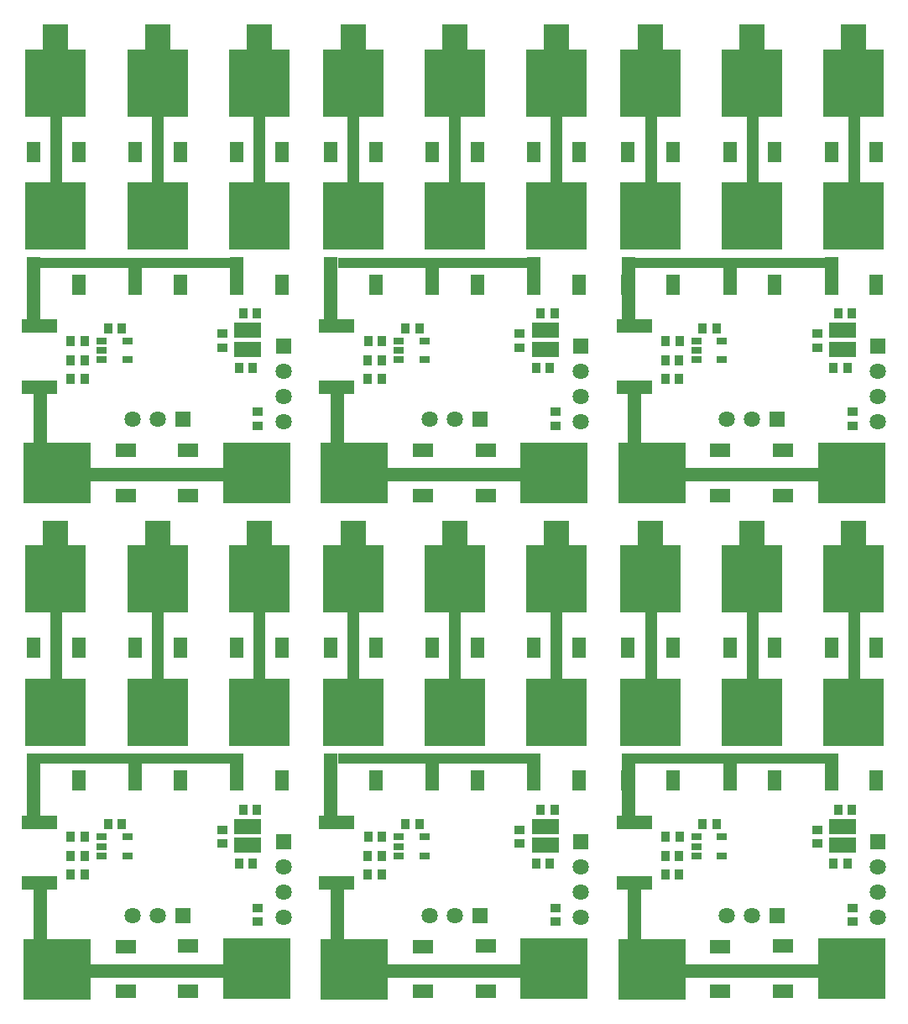
<source format=gbs>
G04*
G04 #@! TF.GenerationSoftware,Altium Limited,Altium Designer,20.1.11 (218)*
G04*
G04 Layer_Color=16711935*
%FSLAX25Y25*%
%MOIN*%
G70*
G04*
G04 #@! TF.SameCoordinates,9421AAF7-A1CE-47F4-AB83-8062CB6876A7*
G04*
G04*
G04 #@! TF.FilePolarity,Negative*
G04*
G01*
G75*
%ADD51R,0.04043X0.03650*%
%ADD52R,0.06406X0.06406*%
%ADD53C,0.06406*%
%ADD54R,0.03650X0.04043*%
%ADD59R,0.05217X0.07382*%
%ADD60R,0.05217X0.04232*%
%ADD61R,0.60737X0.05709*%
%ADD62R,0.05709X0.25394*%
%ADD63R,0.80118X0.04429*%
%ADD64R,0.05118X0.27953*%
%ADD65R,0.10039X0.10433*%
%ADD66R,0.08374X0.05224*%
%ADD67R,0.26878X0.24122*%
%ADD68R,0.05224X0.08374*%
%ADD69R,0.24122X0.26878*%
%ADD70R,0.14106X0.05549*%
%ADD71R,0.04437X0.02862*%
%ADD72R,0.11130X0.06406*%
%ADD73R,0.06406X0.06406*%
D51*
X291744Y169422D02*
D03*
Y174933D02*
D03*
X305917Y138417D02*
D03*
Y143928D02*
D03*
X409854Y169422D02*
D03*
Y174933D02*
D03*
X424027Y138417D02*
D03*
Y143928D02*
D03*
X527965Y169422D02*
D03*
Y174933D02*
D03*
X542138Y138417D02*
D03*
Y143928D02*
D03*
X291744Y366272D02*
D03*
Y371783D02*
D03*
X305917Y335268D02*
D03*
Y340779D02*
D03*
X409854Y366272D02*
D03*
Y371783D02*
D03*
X424027Y335268D02*
D03*
Y340779D02*
D03*
X527965Y366272D02*
D03*
Y371783D02*
D03*
X542138Y335268D02*
D03*
Y340779D02*
D03*
D52*
X316055Y169972D02*
D03*
X434165D02*
D03*
X552276D02*
D03*
X316055Y366823D02*
D03*
X434165D02*
D03*
X552276D02*
D03*
D53*
X316055Y139972D02*
D03*
Y149972D02*
D03*
Y159972D02*
D03*
X266067Y140878D02*
D03*
X256067D02*
D03*
X434165Y139972D02*
D03*
Y149972D02*
D03*
Y159972D02*
D03*
X384177Y140878D02*
D03*
X374177D02*
D03*
X552276Y139972D02*
D03*
Y149972D02*
D03*
Y159972D02*
D03*
X502288Y140878D02*
D03*
X492288D02*
D03*
X316055Y336823D02*
D03*
Y346823D02*
D03*
Y356823D02*
D03*
X266067Y337728D02*
D03*
X256067D02*
D03*
X434165Y336823D02*
D03*
Y346823D02*
D03*
Y356823D02*
D03*
X384177Y337728D02*
D03*
X374177D02*
D03*
X552276Y336823D02*
D03*
Y346823D02*
D03*
Y356823D02*
D03*
X502288Y337728D02*
D03*
X492288D02*
D03*
D54*
X237019Y157020D02*
D03*
X231508D02*
D03*
Y164402D02*
D03*
X237019D02*
D03*
X246371Y177000D02*
D03*
X251882D02*
D03*
X231607Y171980D02*
D03*
X237118D02*
D03*
X298339Y161350D02*
D03*
X303850D02*
D03*
X305622Y182905D02*
D03*
X300111D02*
D03*
X355130Y157020D02*
D03*
X349619D02*
D03*
Y164402D02*
D03*
X355130D02*
D03*
X364481Y177000D02*
D03*
X369992D02*
D03*
X349717Y171980D02*
D03*
X355228D02*
D03*
X416450Y161350D02*
D03*
X421961D02*
D03*
X423732Y182905D02*
D03*
X418221D02*
D03*
X473240Y157020D02*
D03*
X467729D02*
D03*
Y164402D02*
D03*
X473240D02*
D03*
X482591Y177000D02*
D03*
X488102D02*
D03*
X467827Y171980D02*
D03*
X473338D02*
D03*
X534560Y161350D02*
D03*
X540071D02*
D03*
X541843Y182905D02*
D03*
X536332D02*
D03*
X237019Y353870D02*
D03*
X231508D02*
D03*
Y361252D02*
D03*
X237019D02*
D03*
X246371Y373850D02*
D03*
X251882D02*
D03*
X231607Y368831D02*
D03*
X237118D02*
D03*
X298339Y358201D02*
D03*
X303850D02*
D03*
X305622Y379756D02*
D03*
X300111D02*
D03*
X355130Y353870D02*
D03*
X349619D02*
D03*
Y361252D02*
D03*
X355130D02*
D03*
X364481Y373850D02*
D03*
X369992D02*
D03*
X349717Y368831D02*
D03*
X355228D02*
D03*
X416450Y358201D02*
D03*
X421961D02*
D03*
X423732Y379756D02*
D03*
X418221D02*
D03*
X473240Y353870D02*
D03*
X467729D02*
D03*
Y361252D02*
D03*
X473240D02*
D03*
X482591Y373850D02*
D03*
X488102D02*
D03*
X467827Y368831D02*
D03*
X473338D02*
D03*
X534560Y358201D02*
D03*
X540071D02*
D03*
X541843Y379756D02*
D03*
X536332D02*
D03*
D59*
X297449Y201557D02*
D03*
X415559D02*
D03*
X533669D02*
D03*
X297449Y398408D02*
D03*
X415559D02*
D03*
X533669D02*
D03*
D60*
X257079Y199884D02*
D03*
X375189D02*
D03*
X493299D02*
D03*
X257079Y396734D02*
D03*
X375189D02*
D03*
X493299D02*
D03*
D61*
X268274Y118929D02*
D03*
X386384D02*
D03*
X504494D02*
D03*
X268274Y315779D02*
D03*
X386384D02*
D03*
X504494D02*
D03*
D62*
X219366Y139607D02*
D03*
X216843Y192551D02*
D03*
X337476Y139607D02*
D03*
X334953Y192551D02*
D03*
X455586Y139607D02*
D03*
X453063Y192551D02*
D03*
X219366Y336457D02*
D03*
X216843Y389402D02*
D03*
X337476Y336457D02*
D03*
X334953Y389402D02*
D03*
X455586Y336457D02*
D03*
X453063Y389402D02*
D03*
D63*
X259559Y203033D02*
D03*
X377669D02*
D03*
X495780D02*
D03*
X259559Y399884D02*
D03*
X377669D02*
D03*
X495780D02*
D03*
D64*
X306508Y248654D02*
D03*
X266154Y248358D02*
D03*
X225799Y248457D02*
D03*
X424618Y248654D02*
D03*
X384264Y248358D02*
D03*
X343909Y248457D02*
D03*
X542728Y248654D02*
D03*
X502374Y248358D02*
D03*
X462020Y248457D02*
D03*
X306508Y445504D02*
D03*
X266154Y445209D02*
D03*
X225799Y445307D02*
D03*
X424618Y445504D02*
D03*
X384264Y445209D02*
D03*
X343909Y445307D02*
D03*
X542728Y445504D02*
D03*
X502374Y445209D02*
D03*
X462020Y445307D02*
D03*
D65*
X306343Y292551D02*
D03*
X265972D02*
D03*
X225602D02*
D03*
X424453D02*
D03*
X384083D02*
D03*
X343713D02*
D03*
X542563D02*
D03*
X502193D02*
D03*
X461823D02*
D03*
X306343Y489402D02*
D03*
X265972D02*
D03*
X225602D02*
D03*
X424453D02*
D03*
X384083D02*
D03*
X343713D02*
D03*
X542563D02*
D03*
X502193D02*
D03*
X461823D02*
D03*
D66*
X278273Y128661D02*
D03*
Y110709D02*
D03*
X253387Y110642D02*
D03*
Y128594D02*
D03*
X396383Y128661D02*
D03*
Y110709D02*
D03*
X371498Y110642D02*
D03*
Y128594D02*
D03*
X514494Y128661D02*
D03*
Y110709D02*
D03*
X489608Y110642D02*
D03*
Y128594D02*
D03*
X278273Y325512D02*
D03*
Y307559D02*
D03*
X253387Y307492D02*
D03*
Y325445D02*
D03*
X396383Y325512D02*
D03*
Y307559D02*
D03*
X371498Y307492D02*
D03*
Y325445D02*
D03*
X514494Y325512D02*
D03*
Y307559D02*
D03*
X489608Y307492D02*
D03*
Y325445D02*
D03*
D67*
X305497Y119764D02*
D03*
X226164Y119539D02*
D03*
X423607Y119764D02*
D03*
X344274Y119539D02*
D03*
X541717Y119764D02*
D03*
X462384Y119539D02*
D03*
X305497Y316614D02*
D03*
X226164Y316390D02*
D03*
X423607Y316614D02*
D03*
X344274Y316390D02*
D03*
X541717Y316614D02*
D03*
X462384Y316390D02*
D03*
D68*
X257079Y247108D02*
D03*
X275031D02*
D03*
X315402Y194388D02*
D03*
X297449D02*
D03*
X257079D02*
D03*
X275031D02*
D03*
X216709D02*
D03*
X234661D02*
D03*
X315402Y247108D02*
D03*
X297449D02*
D03*
X234661D02*
D03*
X216709D02*
D03*
X375189D02*
D03*
X393142D02*
D03*
X433512Y194388D02*
D03*
X415559D02*
D03*
X375189D02*
D03*
X393142D02*
D03*
X334819D02*
D03*
X352771D02*
D03*
X433512Y247108D02*
D03*
X415559D02*
D03*
X352771D02*
D03*
X334819D02*
D03*
X493299D02*
D03*
X511252D02*
D03*
X551622Y194388D02*
D03*
X533669D02*
D03*
X493299D02*
D03*
X511252D02*
D03*
X452929D02*
D03*
X470882D02*
D03*
X551622Y247108D02*
D03*
X533669D02*
D03*
X470882D02*
D03*
X452929D02*
D03*
X257079Y443958D02*
D03*
X275031D02*
D03*
X315402Y391238D02*
D03*
X297449D02*
D03*
X257079D02*
D03*
X275031D02*
D03*
X216709D02*
D03*
X234661D02*
D03*
X315402Y443958D02*
D03*
X297449D02*
D03*
X234661D02*
D03*
X216709D02*
D03*
X375189D02*
D03*
X393142D02*
D03*
X433512Y391238D02*
D03*
X415559D02*
D03*
X375189D02*
D03*
X393142D02*
D03*
X334819D02*
D03*
X352771D02*
D03*
X433512Y443958D02*
D03*
X415559D02*
D03*
X352771D02*
D03*
X334819D02*
D03*
X493299D02*
D03*
X511252D02*
D03*
X551622Y391238D02*
D03*
X533669D02*
D03*
X493299D02*
D03*
X511252D02*
D03*
X452929D02*
D03*
X470882D02*
D03*
X551622Y443958D02*
D03*
X533669D02*
D03*
X470882D02*
D03*
X452929D02*
D03*
D69*
X265977Y274332D02*
D03*
X306347Y221612D02*
D03*
X266055D02*
D03*
X225606D02*
D03*
X306347Y274332D02*
D03*
X225606D02*
D03*
X384087D02*
D03*
X424457Y221612D02*
D03*
X384165D02*
D03*
X343717D02*
D03*
X424457Y274332D02*
D03*
X343717D02*
D03*
X502197D02*
D03*
X542567Y221612D02*
D03*
X502276D02*
D03*
X461827D02*
D03*
X542567Y274332D02*
D03*
X461827D02*
D03*
X265977Y471182D02*
D03*
X306347Y418462D02*
D03*
X266055D02*
D03*
X225606D02*
D03*
X306347Y471182D02*
D03*
X225606D02*
D03*
X384087D02*
D03*
X424457Y418462D02*
D03*
X384165D02*
D03*
X343717D02*
D03*
X424457Y471182D02*
D03*
X343717D02*
D03*
X502197D02*
D03*
X542567Y418462D02*
D03*
X502276D02*
D03*
X461827D02*
D03*
X542567Y471182D02*
D03*
X461827D02*
D03*
D70*
X219106Y153751D02*
D03*
Y177894D02*
D03*
X337216Y153751D02*
D03*
Y177894D02*
D03*
X455327Y153751D02*
D03*
Y177894D02*
D03*
X219106Y350601D02*
D03*
Y374745D02*
D03*
X337216Y350601D02*
D03*
Y374745D02*
D03*
X455327Y350601D02*
D03*
Y374745D02*
D03*
D71*
X254047Y164500D02*
D03*
X254047Y171980D02*
D03*
X243811Y171980D02*
D03*
X243811Y168240D02*
D03*
X243811Y164500D02*
D03*
X372158Y164500D02*
D03*
X372157Y171980D02*
D03*
X361921Y171980D02*
D03*
X361921Y168240D02*
D03*
X361922Y164500D02*
D03*
X490268Y164500D02*
D03*
X490268Y171980D02*
D03*
X480031Y171980D02*
D03*
X480031Y168240D02*
D03*
X480032Y164500D02*
D03*
X254047Y361351D02*
D03*
X254047Y368831D02*
D03*
X243811Y368830D02*
D03*
X243811Y365090D02*
D03*
X243811Y361350D02*
D03*
X372158Y361351D02*
D03*
X372157Y368831D02*
D03*
X361921Y368830D02*
D03*
X361921Y365090D02*
D03*
X361922Y361350D02*
D03*
X490268Y361351D02*
D03*
X490268Y368831D02*
D03*
X480031Y368830D02*
D03*
X480031Y365090D02*
D03*
X480032Y361350D02*
D03*
D72*
X301882Y168633D02*
D03*
Y176115D02*
D03*
X419992Y168633D02*
D03*
Y176115D02*
D03*
X538102Y168633D02*
D03*
Y176115D02*
D03*
X301882Y365484D02*
D03*
Y372965D02*
D03*
X419992Y365484D02*
D03*
Y372965D02*
D03*
X538102Y365484D02*
D03*
Y372965D02*
D03*
D73*
X276067Y140878D02*
D03*
X394177D02*
D03*
X512288D02*
D03*
X276067Y337728D02*
D03*
X394177D02*
D03*
X512288D02*
D03*
M02*

</source>
